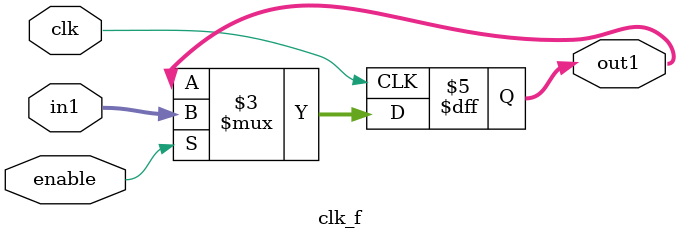
<source format=v>
/*
module to act as our clk for the fetch stage

inputs:
  - in1: our program counter
  - enable: wire from hazard unit. decides if we should stall or not (passing in not stall)

output:
  - out1: our program counter, released after falling clk edge
*/

module clk_f(
  input wire clk,
  input wire enable,
  input wire [31:0] in1,
  output reg [31:0] out1);

  //if negedge clk, pass value through
  always @(negedge clk) begin
    if(enable)
      out1 = in1;
  end

endmodule

</source>
